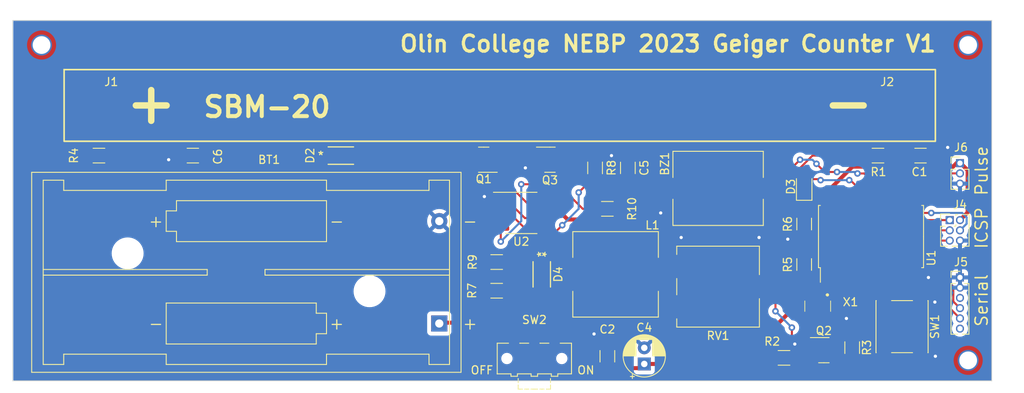
<source format=kicad_pcb>
(kicad_pcb (version 20221018) (generator pcbnew)
  (layers (0 "F.Cu" signal) (31 "B.Cu" signal) (34 "B.Paste" user) (35 "F.Paste" user) (36 "B.SilkS" user "B.Silkscreen") (37 "F.SilkS" user "F.Silkscreen") (38 "B.Mask" user) (39 "F.Mask" user) (44 "Edge.Cuts" user))
  (net 0 "")
  (net 1 "Net-(BT1-+)")
  (net 2 "GND")
  (net 3 "Net-(C1-Pad1)")
  (net 4 "VCC")
  (net 5 "Net-(U2-TR)")
  (net 6 "Net-(C6-Pad1)")
  (net 7 "Net-(Q1-C)")
  (net 8 "Net-(D3-K)")
  (net 9 "Net-(D3-A)")
  (net 10 "Net-(D4-Pad2)")
  (net 11 "Net-(J1-Pad1)")
  (net 12 "Net-(J4-Pin_1)")
  (net 13 "Net-(J4-Pin_3)")
  (net 14 "Net-(J4-Pin_4)")
  (net 15 "Net-(J4-Pin_5)")
  (net 17 "Net-(J5-Pin_4)")
  (net 18 "Net-(J5-Pin_5)")
  (net 20 "Net-(J6-Pin_2)")
  (net 21 "Net-(Q1-B)")
  (net 22 "Net-(Q1-E)")
  (net 23 "Net-(Q2-B)")
  (net 24 "/GM_PULSE")
  (net 25 "Net-(Q3-C)")
  (net 26 "Net-(U2-Q)")
  (net 27 "Net-(U1-PD3)")
  (net 28 "Net-(U1-PA1{slash}XTAL2)")
  (net 29 "Net-(U1-PA0{slash}XTAL1)")
  (net 36 "Net-(BZ1--)")
  (footprint "Geiger Footprints:FUSE_3531" (layer "F.Cu") (at 203.2 34.925)
    (fp_text reference "J2" (at -5.969 -2.921) (layer "F.SilkS"))
    (fp_text value "3531")
    (pad "1" smd rect (at 0 0) (size 7.9 7.9) (layers "F.Cu" "F.Paste" "F.Mask") (net 3 "Net-(C1-Pad1)"))
  )
  (footprint "Geiger Footprints:SOD-123FA_ONS" (layer "F.Cu") (at 129.54 41.148)
    (fp_text reference "D2" (at -3.81 0 90 unlocked) (layer "F.SilkS"))
    (fp_text value "RS1JFA")
    (fp_text user "*" (at -2.4892 0 unlocked) (layer "F.SilkS"))
    (pad "1" smd rect (at -1.5875 0) (size 1.0414 1.1938) (layers "F.Cu" "F.Paste" "F.Mask") (net 6 "Net-(C6-Pad1)"))
    (pad "2" smd rect (at 1.5875 0) (size 1.0414 1.1938) (layers "F.Cu" "F.Paste" "F.Mask") (net 7 "Net-(Q1-C)"))
  )
  (footprint "Resistor_SMD:R_1206_3216Metric" (layer "F.Cu") (at 186.944 49.63925 -90)
    (fp_text reference "R6" (at 0 2.032 90) (layer "F.SilkS"))
    (fp_text value "100")
    (pad "1" smd roundrect (at -1.4625 0 270) (size 1.125 1.75) (layers "F.Cu" "F.Paste" "F.Mask") (roundrect_rratio 0.2222222222) (net 8 "Net-(D3-K)"))
    (pad "2" smd roundrect (at 1.4625 0 270) (size 1.125 1.75) (layers "F.Cu" "F.Paste" "F.Mask") (roundrect_rratio 0.2222222222) (net 2 "GND"))
  )
  (footprint "Resistor_SMD:R_1206_3216Metric" (layer "F.Cu") (at 184.445 66.23925 180)
    (fp_text reference "R2" (at 1.4625 2.032) (layer "F.SilkS"))
    (fp_text value "100k")
    (pad "1" smd roundrect (at -1.4625 0 180) (size 1.125 1.75) (layers "F.Cu" "F.Paste" "F.Mask") (roundrect_rratio 0.2222222222) (net 2 "GND"))
    (pad "2" smd roundrect (at 1.4625 0 180) (size 1.125 1.75) (layers "F.Cu" "F.Paste" "F.Mask") (roundrect_rratio 0.2222222222) (net 23 "Net-(Q2-B)"))
  )
  (footprint "Resistor_SMD:R_1206_3216Metric" (layer "F.Cu") (at 196.088 41.148 180)
    (fp_text reference "R1" (at -0.0615 -2.032) (layer "F.SilkS"))
    (fp_text value "22k")
    (pad "1" smd roundrect (at -1.4625 0 180) (size 1.125 1.75) (layers "F.Cu" "F.Paste" "F.Mask") (roundrect_rratio 0.2222222222) (net 3 "Net-(C1-Pad1)"))
    (pad "2" smd roundrect (at 1.4625 0 180) (size 1.125 1.75) (layers "F.Cu" "F.Paste" "F.Mask") (roundrect_rratio 0.2222222222) (net 23 "Net-(Q2-B)"))
  )
  (footprint "Connector_PinHeader_1.27mm:PinHeader_2x03_P1.27mm_Vertical" (layer "F.Cu") (at 204.978 49.149)
    (fp_text reference "J4" (at 1.27 -1.905) (layer "F.SilkS"))
    (fp_text value "Conn_02x03_Odd_Even")
    (pad "1" thru_hole rect (at 0 0) (size 1 1) (drill 0.65) (layers "*.Cu" "*.Mask") (net 12 "Net-(J4-Pin_1)"))
    (pad "2" thru_hole oval (at 1.27 0) (size 1 1) (drill 0.65) (layers "*.Cu" "*.Mask") (net 4 "VCC"))
    (pad "3" thru_hole oval (at 0 1.27) (size 1 1) (drill 0.65) (layers "*.Cu" "*.Mask") (net 13 "Net-(J4-Pin_3)"))
    (pad "4" thru_hole oval (at 1.27 1.27) (size 1 1) (drill 0.65) (layers "*.Cu" "*.Mask") (net 14 "Net-(J4-Pin_4)"))
    (pad "5" thru_hole oval (at 0 2.54) (size 1 1) (drill 0.65) (layers "*.Cu" "*.Mask") (net 15 "Net-(J4-Pin_5)"))
    (pad "6" thru_hole oval (at 1.27 2.54) (size 1 1) (drill 0.65) (layers "*.Cu" "*.Mask") (net 2 "GND"))
  )
  (footprint "Package_SO:SOIC-8_3.9x4.9mm_P1.27mm" (layer "F.Cu") (at 151.892 48.26)
    (fp_text reference "U2" (at 0 3.556) (layer "F.SilkS"))
    (fp_text value "TLC555xD")
    (pad "1" smd roundrect (at -2.475 -1.905) (size 1.95 0.6) (layers "F.Cu" "F.Paste" "F.Mask") (net 2 "GND"))
    (pad "2" smd roundrect (at -2.475 -0.635) (size 1.95 0.6) (layers "F.Cu" "F.Paste" "F.Mask") (net 5 "Net-(U2-TR)"))
    (pad "3" smd roundrect (at -2.475 0.635) (size 1.95 0.6) (layers "F.Cu" "F.Paste" "F.Mask") (net 26 "Net-(U2-Q)"))
    (pad "4" smd roundrect (at -2.475 1.905) (size 1.95 0.6) (layers "F.Cu" "F.Paste" "F.Mask") (net 25 "Net-(Q3-C)"))
    (pad "5" smd roundrect (at 2.475 1.905) (size 1.95 0.6) (layers "F.Cu" "F.Paste" "F.Mask"))
    (pad "6" smd roundrect (at 2.475 0.635) (size 1.95 0.6) (layers "F.Cu" "F.Paste" "F.Mask") (net 2 "GND"))
    (pad "7" smd roundrect (at 2.475 -0.635) (size 1.95 0.6) (layers "F.Cu" "F.Paste" "F.Mask") (net 21 "Net-(Q1-B)"))
    (pad "8" smd roundrect (at 2.475 -1.905) (size 1.95 0.6) (layers "F.Cu" "F.Paste" "F.Mask") (net 4 "VCC"))
  )
  (footprint "Resistor_SMD:R_1206_3216Metric" (layer "F.Cu") (at 148.844 57.912 180)
    (fp_text reference "R7" (at 3.048 0 90) (layer "F.SilkS"))
    (fp_text value "1k")
    (pad "1" smd roundrect (at -1.4625 0 180) (size 1.125 1.75) (layers "F.Cu" "F.Paste" "F.Mask") (roundrect_rratio 0.2222222222) (net 26 "Net-(U2-Q)"))
    (pad "2" smd roundrect (at 1.4625 0 180) (size 1.125 1.75) (layers "F.Cu" "F.Paste" "F.Mask") (roundrect_rratio 0.2222222222) (net 10 "Net-(D4-Pad2)"))
  )
  (footprint "Resistor_SMD:R_1206_3216Metric" (layer "F.Cu") (at 192.8925 64.96925 -90)
    (fp_text reference "R3" (at 0 -1.82 90) (layer "F.SilkS"))
    (fp_text value "10k")
    (pad "1" smd roundrect (at -1.4625 0 270) (size 1.125 1.75) (layers "F.Cu" "F.Paste" "F.Mask") (roundrect_rratio 0.2222222222) (net 4 "VCC"))
    (pad "2" smd roundrect (at 1.4625 0 270) (size 1.125 1.75) (layers "F.Cu" "F.Paste" "F.Mask") (roundrect_rratio 0.2222222222) (net 24 "/GM_PULSE"))
  )
  (footprint "MountingHole:MountingHole_2.2mm_M2_DIN965_Pad_TopOnly" (layer "F.Cu") (at 207.264 66.548)
    (fp_text reference "H1" hide)
    (fp_text value "MountingHole")
    (pad "1" thru_hole circle (at 0 0) (size 2.6 2.6) (drill 2.2) (layers "*.Cu" "*.Mask"))
    (pad "1" connect circle (at 0 0) (size 3.8 3.8) (layers "F.Cu" "F.Mask"))
  )
  (footprint "MountingHole:MountingHole_2.2mm_M2_DIN965_Pad_TopOnly" (layer "F.Cu") (at 92.456 27.432)
    (fp_text reference "H3" hide)
    (fp_text value "MountingHole")
    (pad "1" thru_hole circle (at 0 0) (size 2.6 2.6) (drill 2.2) (layers "*.Cu" "*.Mask"))
    (pad "1" connect circle (at 0 0) (size 3.8 3.8) (layers "F.Cu" "F.Mask"))
  )
  (footprint "Button_Switch_SMD:SW_SPDT_CK-JS102011SAQN" (layer "F.Cu") (at 153.514 66.322888)
    (fp_text reference "SW2" (at 0 -4.8) (layer "F.SilkS"))
    (fp_text value "SW_SPDT")
    (pad "" np_thru_hole circle (at -3.4 0) (size 0.9 0.9) (drill 0.9) (layers "*.Cu" "*.Mask"))
    (pad "" np_thru_hole circle (at 3.4 0) (size 0.9 0.9) (drill 0.9) (layers "*.Cu" "*.Mask"))
    (pad "1" smd rect (at -2.5 -2.75) (size 1.25 2.5) (layers "F.Cu" "F.Paste" "F.Mask"))
    (pad "2" smd rect (at 0 -2.75) (size 1.25 2.5) (layers "F.Cu" "F.Paste" "F.Mask") (net 1 "Net-(BT1-+)"))
    (pad "3" smd rect (at 2.5 -2.75) (size 1.25 2.5) (layers "F.Cu" "F.Paste" "F.Mask") (net 4 "VCC"))
  )
  (footprint "Resistor_SMD:R_1206_3216Metric" (layer "F.Cu") (at 148.844 54.356 180)
    (fp_text reference "R9" (at 2.9865 0 90) (layer "F.SilkS"))
    (fp_text value "330")
    (pad "1" smd roundrect (at -1.4625 0 180) (size 1.125 1.75) (layers "F.Cu" "F.Paste" "F.Mask") (roundrect_rratio 0.2222222222) (net 26 "Net-(U2-Q)"))
    (pad "2" smd roundrect (at 1.4625 0 180) (size 1.125 1.75) (layers "F.Cu" "F.Paste" "F.Mask") (roundrect_rratio 0.2222222222) (net 21 "Net-(Q1-B)"))
  )
  (footprint "Resistor_SMD:R_1206_3216Metric" (layer "F.Cu") (at 99.568 41.148)
    (fp_text reference "R4" (at -3.1095 0 -90) (layer "F.SilkS"))
    (fp_text value "4.7M")
    (pad "1" smd roundrect (at -1.4625 0) (size 1.125 1.75) (layers "F.Cu" "F.Paste" "F.Mask") (roundrect_rratio 0.2222222222) (net 11 "Net-(J1-Pad1)"))
    (pad "2" smd roundrect (at 1.4625 0) (size 1.125 1.75) (layers "F.Cu" "F.Paste" "F.Mask") (roundrect_rratio 0.2222222222) (net 6 "Net-(C6-Pad1)"))
  )
  (footprint "Capacitor_SMD:C_1206_3216Metric" (layer "F.Cu") (at 201.3605 41.148)
    (fp_text reference "C1" (at -0.131 2.032) (layer "F.SilkS"))
    (fp_text value "220pF")
    (pad "1" smd roundrect (at -1.475 0) (size 1.15 1.8) (layers "F.Cu" "F.Paste" "F.Mask") (roundrect_rratio 0.2173913043) (net 3 "Net-(C1-Pad1)"))
    (pad "2" smd roundrect (at 1.475 0) (size 1.15 1.8) (layers "F.Cu" "F.Paste" "F.Mask") (roundrect_rratio 0.2173913043) (net 2 "GND"))
  )
  (footprint "Resistor_SMD:R_1206_3216Metric" (layer "F.Cu") (at 161.036 42.672 90)
    (fp_text reference "R8" (at 0 2.032 270) (layer "F.SilkS"))
    (fp_text value "220k")
    (pad "1" smd roundrect (at -1.4625 0 90) (size 1.125 1.75) (layers "F.Cu" "F.Paste" "F.Mask") (roundrect_rratio 0.2222222222) (net 5 "Net-(U2-TR)"))
    (pad "2" smd roundrect (at 1.4625 0 90) (size 1.125 1.75) (layers "F.Cu" "F.Paste" "F.Mask") (roundrect_rratio 0.2222222222) (net 2 "GND"))
  )
  (footprint "Geiger Footprints:CSTNE16M0V530000R0" (layer "F.Cu") (at 188.6215 59.40175 180)
    (fp_text reference "X1" (at -4.064 0.083) (layer "F.SilkS"))
    (fp_text value "CSTNE8M00G550000R0" hide)
    (pad "1" smd rect (at -1.2 -0.425 180) (size 0.4 1.9) (layers "F.Cu" "F.Paste" "F.Mask") (net 29 "Net-(U1-PA0{slash}XTAL1)"))
    (pad "2" smd rect (at 0 -0.425 180) (size 0.4 1.9) (layers "F.Cu" "F.Paste" "F.Mask") (net 2 "GND"))
    (pad "3" smd rect (at 1.2 -0.425 180) (size 0.4 1.9) (layers "F.Cu" "F.Paste" "F.Mask") (net 28 "Net-(U1-PA1{slash}XTAL2)"))
  )
  (footprint "Resistor_SMD:R_1206_3216Metric" (layer "F.Cu") (at 162.56 47.752 180)
    (fp_text reference "R10" (at -3.048 0 90) (layer "F.SilkS"))
    (fp_text value "100k")
    (pad "1" smd roundrect (at -1.4625 0 180) (size 1.125 1.75) (layers "F.Cu" "F.Paste" "F.Mask") (roundrect_rratio 0.2222222222) (net 4 "VCC"))
    (pad "2" smd roundrect (at 1.4625 0 180) (size 1.125 1.75) (layers "F.Cu" "F.Paste" "F.Mask") (roundrect_rratio 0.2222222222) (net 25 "Net-(Q3-C)"))
  )
  (footprint "Resistor_SMD:R_1206_3216Metric" (layer "F.Cu") (at 186.944 54.65775 -90)
    (fp_text reference "R5" (at 0 2.032 90) (layer "F.SilkS"))
    (fp_text value "10k")
    (pad "1" smd roundrect (at -1.4625 0 270) (size 1.125 1.75) (layers "F.Cu" "F.Paste" "F.Mask") (roundrect_rratio 0.2222222222) (net 4 "VCC"))
    (pad "2" smd roundrect (at 1.4625 0 270) (size 1.125 1.75) (layers "F.Cu" "F.Paste" "F.Mask") (roundrect_rratio 0.2222222222) (net 15 "Net-(J4-Pin_5)"))
  )
  (footprint "Button_Switch_SMD:SW_Push_1P1T_NO_6x6mm_H9.5mm" (layer "F.Cu") (at 199.0715 62.36675 90)
    (fp_text reference "SW1" (at 0 4.064 90) (layer "F.SilkS"))
    (fp_text value "SW_Push")
    (pad "1" smd rect (at -3.975 -2.25 90) (size 1.55 1.3) (layers "F.Cu" "F.Paste" "F.Mask") (net 27 "Net-(U1-PD3)"))
    (pad "1" smd rect (at 3.975 -2.25 90) (size 1.55 1.3) (layers "F.Cu" "F.Paste" "F.Mask") (net 27 "Net-(U1-PD3)"))
    (pad "2" smd rect (at -3.975 2.25 90) (size 1.55 1.3) (layers "F.Cu" "F.Paste" "F.Mask") (net 2 "GND"))
    (pad "2" smd rect (at 3.975 2.25 90) (size 1.55 1.3) (layers "F.Cu" "F.Paste" "F.Mask") (net 2 "GND"))
  )
  (footprint "Connector_PinHeader_1.27mm:PinHeader_1x03_P1.27mm_Vertical" (layer "F.Cu") (at 206.248 42.084297)
    (fp_text reference "J6" (at 0.127 -1.952297 180) (layer "F.SilkS"))
    (fp_text value "Conn_01x03")
    (pad "1" thru_hole rect (at 0 0) (size 1 1) (drill 0.65) (layers "*.Cu" "*.Mask") (net 4 "VCC"))
    (pad "2" thru_hole oval (at 0 1.27) (size 1 1) (drill 0.65) (layers "*.Cu" "*.Mask") (net 20 "Net-(J6-Pin_2)"))
    (pad "3" thru_hole oval (at 0 2.54) (size 1 1) (drill 0.65) (layers "*.Cu" "*.Mask") (net 2 "GND"))
  )
  (footprint "Potentiometer_SMD:Potentiometer_ACP_CA9-VSMD_Vertical" (layer "F.Cu") (at 176.276 57.404)
    (fp_text reference "RV1" (at 0 6.096) (layer "F.SilkS"))
    (fp_text value "R_Potentiometer_Trim")
    (pad "1" smd rect (at -4.625 2.5) (size 2.5 2.5) (layers "F.Cu" "F.Paste" "F.Mask") (net 22 "Net-(Q1-E)"))
    (pad "2" smd rect (at 4.625 0) (size 2.5 2.5) (layers "F.Cu" "F.Paste" "F.Mask") (net 2 "GND"))
    (pad "3" smd rect (at -4.625 -2.5) (size 2.5 2.5) (layers "F.Cu" "F.Paste" "F.Mask") (net 2 "GND"))
  )
  (footprint "Geiger Footprints:SOD-123FA_ONS" (layer "F.Cu") (at 154.432 55.88 -90)
    (fp_text reference "D4" (at 0 -2.032 90 unlocked) (layer "F.SilkS"))
    (fp_text value "RS1JFA")
    (fp_text user "*" (at -2.4892 0 -90 unlocked) (layer "F.SilkS"))
    (fp_text user "*" (at -2.4892 0 90) (layer "F.SilkS"))
    (pad "1" smd rect (at -1.5875 0 270) (size 1.0414 1.1938) (layers "F.Cu" "F.Paste" "F.Mask") (net 5 "Net-(U2-TR)"))
    (pad "2" smd rect (at 1.5875 0 270) (size 1.0414 1.1938) (layers "F.Cu" "F.Paste" "F.Mask") (net 10 "Net-(D4-Pad2)"))
  )
  (footprint "Connector_PinHeader_1.27mm:PinHeader_1x06_P1.27mm_Vertical" (layer "F.Cu") (at 206.248 56.261)
    (fp_text reference "J5" (at 0.127 -1.905 180) (layer "F.SilkS"))
    (fp_text value "Conn_01x06")
    (pad "1" thru_hole rect (at 0 0) (size 1 1) (drill 0.65) (layers "*.Cu" "*.Mask") (net 2 "GND"))
    (pad "2" thru_hole oval (at 0 1.27) (size 1 1) (drill 0.65) (layers "*.Cu" "*.Mask") (net 2 "GND"))
    (pad "3" thru_hole oval (at 0 2.54) (size 1 1) (drill 0.65) (layers "*.Cu" "*.Mask"))
    (pad "4" thru_hole oval (at 0 3.81) (size 1 1) (drill 0.65) (layers "*.Cu" "*.Mask") (net 17 "Net-(J5-Pin_4)"))
    (pad "5" thru_hole oval (at 0 5.08) (size 1 1) (drill 0.65) (layers "*.Cu" "*.Mask") (net 18 "Net-(J5-Pin_5)"))
    (pad "6" thru_hole oval (at 0 6.35) (size 1 1) (drill 0.65) (layers "*.Cu" "*.Mask"))
  )
  (footprint "MountingHole:MountingHole_2.2mm_M2_DIN965_Pad_TopOnly" (layer "F.Cu") (at 207.264 27.432)
    (fp_text reference "H2" hide)
    (fp_text value "MountingHole")
    (pad "1" thru_hole circle (at 0 0) (size 2.6 2.6) (drill 2.2) (layers "*.Cu" "*.Mask"))
    (pad "1" connect circle (at 0 0) (size 3.8 3.8) (layers "F.Cu" "F.Mask"))
  )
  (footprint "Package_TO_SOT_SMD:SOT-23" (layer "F.Cu") (at 189.385 65.28425)
    (fp_text reference "Q2" (at 0 -2.4) (layer "F.SilkS"))
    (fp_text value "MMBT3904")
    (pad "1" smd roundrect (at -0.9375 -0.95) (size 1.475 0.6) (layers "F.Cu" "F.Paste" "F.Mask") (net 23 "Net-(Q2-B)"))
    (pad "2" smd roundrect (at -0.9375 0.95) (size 1.475 0.6) (layers "F.Cu" "F.Paste" "F.Mask") (net 2 "GND"))
    (pad "3" smd roundrect (at 0.9375 0) (size 1.475 0.6) (layers "F.Cu" "F.Paste" "F.Mask") (net 24 "/GM_PULSE"))
  )
  (footprint "LED_SMD:LED_0805_2012Metric" (layer "F.Cu") (at 186.944 45.00575 90)
    (fp_text reference "D3" (at 0 -1.65 90) (layer "F.SilkS"))
    (fp_text value "LED")
    (pad "1" smd roundrect (at -0.9375 0 90) (size 0.975 1.4) (layers "F.Cu" "F.Paste" "F.Mask") (net 8 "Net-(D3-K)"))
    (pad "2" smd roundrect (at 0.9375 0 90) (size 0.975 1.4) (layers "F.Cu" "F.Paste" "F.Mask") (net 9 "Net-(D3-A)"))
  )
  (footprint "Capacitor_SMD:C_1206_3216Metric" (layer "F.Cu") (at 162.56 66.04 90)
    (fp_text reference "C2" (at 3.334 0 180) (layer "F.SilkS"))
    (fp_text value "0.1uF")
    (pad "1" smd roundrect (at -1.475 0 90) (size 1.15 1.8) (layers "F.Cu" "F.Paste" "F.Mask") (roundrect_rratio 0.2173913043) (net 4 "VCC"))
    (pad "2" smd roundrect (at 1.475 0 90) (size 1.15 1.8) (layers "F.Cu" "F.Paste" "F.Mask") (roundrect_rratio 0.2173913043) (net 2 "GND"))
  )
  (footprint "Battery:BatteryHolder_Keystone_2468_2xAAA" (layer "F.Cu") (at 141.732 61.976 180)
    (fp_text reference "BT1" (at 21.082 20.32) (layer "F.SilkS"))
    (fp_text value "3V")
    (fp_text user "+" (at 12.7 0) (layer "F.SilkS") (effects (font (size 1.5 1.5))))
    (fp_text user "-" (at 12.7 12.7) (layer "F.SilkS") (effects (font (size 1.5 1.5))))
    (fp_text user "-" (at -3.81 12.7) (layer "F.SilkS") (effects (font (size 1.5 1.5))))
    (fp_text user "-" (at 35.1 0) (layer "F.SilkS") (effects (font (size 1.5 1.5))))
    (fp_text user "+" (at 35.1 12.7) (layer "F.SilkS") (effects (font (size 1.5 1.5))))
    (fp_text user "+" (at -3.81 0) (layer "F.SilkS") (effects (font (size 1.5 1.5))))
    (pad "" np_thru_hole circle (at 8.64 4 180) (size 3.45 3.45) (drill 3.45) (layers "*.Cu"))
    (pad "" np_thru_hole circle (at 38.61 8.7 180) (size 3.45 3.45) (drill 3.45) (layers "*.Cu" "*.Mask"))
    (pad "1" thru_hole rect (at 0 0 180) (size 2 2) (drill 1.02) (layers "*.Cu" "*.Mask") (net 1 "Net-(BT1-+)"))
    (pad "2" thru_hole circle (at 0 12.7 180) (size 2 2) (drill 1.02) (layers "*.Cu" "*.Mask") (net 2 "GND"))
  )
  (footprint "Buzzer_Beeper:Buzzer_Mallory_AST1109MLTRQ" (layer "F.Cu") (at 176.28 45.212 180)
    (fp_text reference "BZ1" (at 6.6 3.048 90) (layer "F.SilkS"))
    (fp_text value "Buzzer")
    (pad "1" smd rect (at -6.6 0 180) (size 2.2 2.2) (layers "F.Cu" "F.Paste" "F.Mask") (net 36 "Net-(BZ1--)"))
    (pad "2" smd rect (at 6.6 0 180) (size 2.2 2.2) (layers "F.Cu" "F.Paste" "F.Mask") (net 2 "GND"))
  )
  (footprint "Inductor_SMD:L_10.4x10.4_H4.8" (layer "F.Cu") (at 163.576 55.88 180)
    (fp_text reference "L1" (at -4.572 6.096) (layer "F.SilkS"))
    (fp_text value "10mH")
    (pad "1" smd rect (at -4.15 0 180) (size 2.7 3.6) (layers "F.Cu" "F.Paste" "F.Mask") (net 4 "VCC"))
    (pad "2" smd rect (at 4.15 0 180) (size 2.7 3.6) (layers "F.Cu" "F.Paste" "F.Mask") (net 7 "Net-(Q1-C)"))
  )
  (footprint "Geiger Footprints:FUSE_3531" (layer "F.Cu") (at 95.25 34.925)
    (fp_text reference "J1" (at 5.842 -2.921) (layer "F.SilkS"))
    (fp_text value "3531")
    (pad "1" smd rect (at 0 0) (size 7.9 7.9) (layers "F.Cu" "F.Paste" "F.Mask") (net 11 "Net-(J1-Pad1)"))
  )
  (footprint "Package_TO_SOT_SMD:SOT-23" (layer "F.Cu") (at 147.2415 41.656 180)
    (fp_text reference "Q1" (at 0 -2.4) (layer "F.SilkS"))
    (fp_text value "MMBTA44")
    (pad "1" smd roundrect (at -0.9375 -0.95 180) (size 1.475 0.6) (layers "F.Cu" "F.Paste" "F.Mask") (net 21 "Net-(Q1-B)"))
    (pad "2" smd roundrect (at -0.9375 0.95 180) (size 1.475 0.6) (layers "F.Cu" "F.Paste" "F.Mask") (net 22 "Net-(Q1-E)"))
    (pad "3" smd roundrect (at 0.9375 0 180) (size 1.475 0.6) (layers "F.Cu" "F.Paste" "F.Mask") (net 7 "Net-(Q1-C)"))
  )
  (footprint "Package_TO_SOT_SMD:SOT-23" (layer "F.Cu") (at 155.448 41.656)
    (fp_text reference "Q3" (at 0 2.54) (layer "F.SilkS"))
    (fp_text value "MMBT3904")
    (pad "1" smd roundrect (at -0.9375 -0.95) (size 1.475 0.6) (layers "F.Cu" "F.Paste" "F.Mask") (net 22 "Net-(Q1-E)"))
    (pad "2" smd roundrect (at -0.9375 0.95) (size 1.475 0.6) (layers "F.Cu" "F.Paste" "F.Mask") (net 2 "GND"))
    (pad "3" smd roundrect (at 0.9375 0) (size 1.475 0.6) (layers "F.Cu" "F.Paste" "F.Mask") (net 25 "Net-(Q3-C)"))
  )
  (footprint "Capacitor_THT:CP_Radial_D5.0mm_P2.00mm" (layer "F.Cu") (at 167.132 66.995113 90)
    (fp_text reference "C4" (at 4.511113 0 180) (layer "F.SilkS"))
    (fp_text value "100uF")
    (pad "1" thru_hole rect (at 0 0 90) (size 1.6 1.6) (drill 0.8) (layers "*.Cu" "*.Mask") (net 4 "VCC"))
    (pad "2" thru_hole circle (at 2 0 90) (size 1.6 1.6) (drill 0.8) (layers "*.Cu" "*.Mask") (net 2 "GND"))
  )
  (footprint "Package_SO:SOIC-20W_7.5x12.8mm_P1.27mm" (layer "F.Cu") (at 195.2255 51.19075 90)
    (fp_text reference "U1" (at -2.65725 7.4665 90) (layer "F.SilkS"))
    (fp_text value "ATtiny2313V-10S")
    (pad "1" smd roundrect (at -4.65 -5.715 90) (size 2.05 0.6) (layers "F.Cu" "F.Paste" "F.Mask") (net 15 "Net-(J4-Pin_5)"))
    (pad "2" smd roundrect (at -4.65 -4.445 90) (size 2.05 0.6) (layers "F.Cu" "F.Paste" "F.Mask") (net 17 "Net-(J5-Pin_4)"))
    (pad "3" smd roundrect (at -4.65 -3.175 90) (size 2.05 0.6) (layers "F.Cu" "F.Paste" "F.Mask") (net 18 "Net-(J5-Pin_5)"))
    (pad "4" smd roundrect (at -4.65 -1.905 90) (size 2.05 0.6) (layers "F.Cu" "F.Paste" "F.Mask") (net 28 "Net-(U1-PA1{slash}XTAL2)"))
    (pad "5" smd roundrect (at -4.65 -0.635 90) (size 2.05 0.6) (layers "F.Cu" "F.Paste" "F.Mask") (net 29 "Net-(U1-PA0{slash}XTAL1)"))
    (pad "6" smd roundrect (at -4.65 0.635 90) (size 2.05 0.6) (layers "F.Cu" "F.Paste" "F.Mask") (net 24 "/GM_PULSE"))
    (pad "7" smd roundrect (at -4.65 1.905 90) (size 2.05 0.6) (layers "F.Cu" "F.Paste" "F.Mask") (net 27 "Net-(U1-PD3)"))
    (pad "8" smd roundrect (at -4.65 3.175 90) (size 2.05 0.6) (layers "F.Cu" "F.Paste" "F.Mask"))
    (pad "9" smd roundrect (at -4.65 4.445 90) (size 2.05 0.6) (layers "F.Cu" "F.Paste" "F.Mask"))
    (pad "10" smd roundrect (at -4.65 5.715 90) (size 2.05 0.6) (layers "F.Cu" "F.Paste" "F.Mask") (net 2 "GND"))
    (pad "11" smd roundrect (at 4.65 5.715 90) (size 2.05 0.6) (layers "F.Cu" "F.Paste" "F.Mask") (net 20 "Net-(J6-Pin_2)"))
    (pad "12" smd roundrect (at 4.65 4.445 90) (size 2.05 0.6) (layers "F.Cu" "F.Paste" "F.Mask"))
    (pad "13" smd roundrect (at 4.65 3.175 90) (size 2.05 0.6) (layers "F.Cu" "F.Paste" "F.Mask"))
    (pad "14" smd roundrect (at 4.65 1.905 90) (size 2.05 0.6) (layers "F.Cu" "F.Paste" "F.Mask") (net 36 "Net-(BZ1--)"))
    (pad "15" smd roundrect (at 4.65 0.635 90) (size 2.05 0.6) (layers "F.Cu" "F.Paste" "F.Mask"))
    (pad "16" smd roundrect (at 4.65 -0.635 90) (size 2.05 0.6) (layers "F.Cu" "F.Paste" "F.Mask") (net 9 "Net-(D3-A)"))
    (pad "17" smd roundrect (at 4.65 -1.905 90) (size 2.05 0.6) (layers "F.Cu" "F.Paste" "F.Mask") (net 14 "Net-(J4-Pin_4)"))
    (pad "18" smd roundrect (at 4.65 -3.175 90) (size 2.05 0.6) (layers "F.Cu" "F.Paste" "F.Mask") (net 12 "Net-(J4-Pin_1)"))
    (pad "19" smd roundrect (at 4.65 -4.445 90) (size 2.05 0.6) (layers "F.Cu" "F.Paste" "F.Mask") (net 13 "Net-(J4-Pin_3)"))
    (pad "20" smd roundrect (at 4.65 -5.715 90) (size 2.05 0.6) (layers "F.Cu" "F.Paste" "F.Mask") (net 4 "VCC"))
  )
  (footprint "Capacitor_SMD:C_1206_3216Metric" (layer "F.Cu") (at 111.203 41.148 180)
    (fp_text reference "C6" (at -3.097 -0.127 90) (layer "F.SilkS"))
    (fp_text value "0.01uF")
    (pad "1" smd roundrect (at -1.475 0 180) (size 1.15 1.8) (layers "F.Cu" "F.Paste" "F.Mask") (roundrect_rratio 0.2173913043) (net 6 "Net-(C6-Pad1)"))
    (pad "2" smd roundrect (at 1.475 0 180) (size 1.15 1.8) (layers "F.Cu" "F.Paste" "F.Mask") (roundrect_rratio 0.2173913043) (net 2 "GND"))
  )
  (footprint "Capacitor_SMD:C_1206_3216Metric" (layer "F.Cu") (at 165.1 42.672 90)
    (fp_text reference "C5" (at 0 2.032 90) (layer "F.SilkS"))
    (fp_text value "1nF")
    (pad "1" smd roundrect (at -1.475 0 90) (size 1.15 1.8) (layers "F.Cu" "F.Paste" "F.Mask") (roundrect_rratio 0.2173913043) (net 5 "Net-(U2-TR)"))
    (pad "2" smd roundrect (at 1.475 0 90) (size 1.15 1.8) (layers "F.Cu" "F.Paste" "F.Mask") (roundrect_rratio 0.2173913043) (net 2 "GND"))
  )
  (gr_rect (start 95.25 30.48) (end 203.2 39.37) (stroke (width 0.2)) (fill none) (layer "F.SilkS"))
  (gr_line (start 104.14 34.925) (end 107.95 34.925) (stroke (width 0.8)) (layer "F.SilkS"))
  (gr_line (start 190.5 34.925) (end 194.31 34.925) (stroke (width 0.8)) (layer "F.SilkS"))
  (gr_line (start 106.045 33.02) (end 106.045 36.83) (stroke (width 0.8)) (layer "F.SilkS"))
  (gr_line (start 88.9 24.384) (end 88.9 69.088) (stroke (width 0.1)) (layer "Edge.Cuts"))
  (gr_line (start 88.9 69.088) (end 210.185 69.088) (stroke (width 0.1)) (layer "Edge.Cuts"))
  (gr_line (start 210.185 69.088) (end 210.185 24.384) (stroke (width 0.1)) (layer "Edge.Cuts"))
  (gr_line (start 210.185 24.384) (end 88.9 24.384) (stroke (width 0.1)) (layer "Edge.Cuts"))
  (gr_text "ICSP" (at 209.804 52.832 90) (layer "F.SilkS") (effects (font (size 1.5 1.5) (thickness 0.1875)) (justify left bottom)))
  (gr_text "ON" (at 158.75 68.354888) (layer "F.SilkS") (effects (font (size 1 1)) (justify left bottom)))
  (gr_text "Serial" (at 209.804 62.484 90) (layer "F.SilkS") (effects (font (size 1.5 1.5) (thickness 0.1875)) (justify left bottom)))
  (gr_text "Pulse" (at 209.804 46.228 90) (layer "F.SilkS") (effects (font (size 1.5 1.5) (thickness 0.1875)) (justify left bottom)))
  (gr_text "Olin College NEBP 2023 Geiger Counter V1" (at 136.652 28.448) (layer "F.SilkS") (effects (font (size 2 2) (thickness 0.4) bold) (justify left bottom)))
  (gr_text "SBM-20" (at 112.268 36.576) (layer "F.SilkS") (effects (font (size 2.5 2.5) (thickness 0.5) bold) (justify left bottom)))
  (gr_text "OFF" (at 145.542 68.354888) (layer "F.SilkS") (effects (font (size 1 1)) (justify left bottom)))
  (segment (start 153.514 63.572888) (end 153.514 63.297888) (width 0.5) (layer "F.Cu") (net 1))
  (segment (start 141.835112 61.872888) (end 141.732 61.976) (width 0.5) (layer "F.Cu") (net 1))
  (segment (start 152.089 61.872888) (end 141.835112 61.872888) (width 0.5) (layer "F.Cu") (net 1))
  (segment (start 153.514 63.297888) (end 152.089 61.872888) (width 0.5) (layer "F.Cu") (net 1))
  (segment (start 161.036 41.2095) (end 163.0065 41.2095) (width 0.25) (layer "F.Cu") (net 2))
  (segment (start 203.708 41.148) (end 204.724 40.132) (width 0.25) (layer "F.Cu") (net 2))
  (segment (start 108.712 41.148) (end 108.204 41.656) (width 0.25) (layer "F.Cu") (net 2))
  (segment (start 149.417 46.355) (end 147.447 46.355) (width 0.25) (layer "F.Cu") (net 2))
  (segment (start 188.6215 60.57675) (end 189.3955 61.35075) (width 0.25) (layer "F.Cu") (net 2))
  (segment (start 169.68 45.212) (end 169.68 47.748) (width 0.25) (layer "F.Cu") (net 2))
  (segment (start 163.117 41.197) (end 163.068 41.148) (width 0.25) (layer "F.Cu") (net 2))
  (segment (start 149.793751 46.355) (end 149.417 46.355) (width 0.25) (layer "F.Cu") (net 2))
  (segment (start 162.199112 64.565) (end 160.909 63.274888) (width 0.25) (layer "F.Cu") (net 2))
  (segment (start 154.367 48.895) (end 152.333751 48.895) (width 0.25) (layer "F.Cu") (net 2))
  (segment (start 152.466 42.606) (end 152.4 42.672) (width 0.25) (layer "F.Cu") (net 2))
  (segment (start 186.944 51.10175) (end 185.3245 51.10175) (width 0.25) (layer "F.Cu") (net 2))
  (segment (start 171.651 54.904) (end 171.651 51.361) (width 0.25) (layer "F.Cu") (net 2))
  (segment (start 162.56 64.565) (end 162.199112 64.565) (width 0.25) (layer "F.Cu") (net 2))
  (segment (start 202.8355 41.148) (end 203.708 41.148) (width 0.25) (layer "F.Cu") (net 2))
  (segment (start 202.89825 66.34175) (end 203.2 66.04) (width 0.25) (layer "F.Cu") (net 2))
  (segment (start 188.4475 66.23425) (end 185.9125 66.23425) (width 0.25) (layer "F.Cu") (net 2))
  (segment (start 180.901 51.763) (end 181.356 51.308) (width 0.25) (layer "F.Cu") (net 2))
  (segment (start 202.2085 58.39175) (end 203.1355 59.31875) (width 0.25) (layer "F.Cu") (net 2))
  (segment (start 200.9405 55.84075) (end 201.9075 55.84075) (width 0.25) (layer "F.Cu") (net 2))
  (segment (start 169.68 47.748) (end 169.168 48.26) (width 0.25) (layer "F.Cu") (net 2))
  (segment (start 201.9075 55.84075) (end 202.3375 56.27075) (width 0.25) (layer "F.Cu") (net 2))
  (segment (start 171.651 51.361) (end 171.704 51.308) (width 0.25) (layer "F.Cu") (net 2))
  (segment (start 152.333751 48.895) (end 149.793751 46.355) (width 0.25) (layer "F.Cu") (net 2))
  (segment (start 201.3215 58.39175) (end 202.2085 58.39175) (width 0.25) (layer "F.Cu") (net 2))
  (segment (start 185.3245 51.10175) (end 184.912 51.51425) (width 0.25) (layer "F.Cu") (net 2))
  (segment (start 188.6215 59.82675) (end 188.6215 60.57675) (width 0.25) (layer "F.Cu") (net 2))
  (segment (start 147.447 46.355) (end 147.32 46.228) (width 0.25) (layer "F.Cu") (net 2))
  (segment (start 165.1 41.197) (end 163.117 41.197) (width 0.25) (layer "F.Cu") (net 2))
  (segment (start 180.901 57.404) (end 180.901 51.763) (width 0.25) (layer "F.Cu") (net 2))
  (segment (start 185.9075 66.23925) (end 185.9075 64.65375) (width 0.25) (layer "F.Cu") (net 2))
  (segment (start 109.728 41.148) (end 108.712 41.148) (width 0.25) (layer "F.Cu") (net 2))
  (segment (start 185.9075 64.65375) (end 185.7805 64.52675) (width 0.25) (layer "F.Cu") (net 2))
  (segment (start 154.5105 42.606) (end 152.466 42.606) (width 0.25) (layer "F.Cu") (net 2))
  (segment (start 201.3215 66.34175) (end 202.89825 66.34175) (width 0.25) (layer "F.Cu") (net 2))
  (segment (start 189.3955 61.35075) (end 192.1775 61.35075) (width 0.25) (layer "F.Cu") (net 2))
  (segment (start 185.9125 66.23425) (end 185.9075 66.23925) (width 0.25) (layer "F.Cu") (net 2))
  (segment (start 163.0065 41.2095) (end 163.068 41.148) (width 0.25) (layer "F.Cu") (net 2))
  (via (at 202.3375 56.27075) (size 0.8) (drill 0.4) (layers "F.Cu" "B.Cu") (net 2))
  (via (at 203.2 66.04) (size 0.8) (drill 0.4) (layers "F.Cu" "B.Cu") (net 2))
  (via (at 171.704 51.308) (size 0.8) (drill 0.4) (layers "F.Cu" "B.Cu") (net 2))
  (via (at 204.724 40.132) (size 0.8) (drill 0.4) (layers "F.Cu" "B.Cu") (net 2))
  (via (at 160.909 63.274888) (size 0.8) (drill 0.4) (layers "F.Cu" "B.Cu") (net 2))
  (via (at 184.912 51.51425) (size 0.8) (drill 0.4) (layers "F.Cu" "B.Cu") (net 2))
  (via (at 147.32 46.228) (size 0.8) (drill 0.4) (layers "F.Cu" "B.Cu") (net 2))
  (via (at 108.204 41.656) (size 0.8) (drill 0.4) (layers "F.Cu" "B.Cu") (net 2))
  (via (at 203.1355 59.31875) (size 0.8) (drill 0.4) (layers "F.Cu" "B.Cu") (net 2))
  (via (at 163.068 41.148) (size 0.8) (drill 0.4) (layers "F.Cu" "B.Cu") (net 2))
  (via (at 152.4 42.672) (size 0.8) (drill 0.4) (layers "F.Cu" "B.Cu") (net 2))
  (via (at 192.1775 61.35075) (size 0.8) (drill 0.4) (layers "F.Cu" "B.Cu") (net 2))
  (via (at 185.7805 64.52675) (size 0.8) (drill 0.4) (layers "F.Cu" "B.Cu") (net 2))
  (via (at 169.168 48.26) (size 0.8) (drill 0.4) (layers "F.Cu" "B.Cu") (net 2))
  (via (at 181.356 51.308) (size 0.8) (drill 0.4) (layers "F.Cu" "B.Cu") (net 2))
  (segment (start 197.5505 41.148) (end 199.8855 41.148) (width 0.5) (layer "F.Cu") (net 3))
  (segment (start 203.2 37.8335) (end 199.8855 41.148) (width 0.5) (layer "F.Cu") (net 3))
  (segment (start 203.2 34.925) (end 203.2 37.8335) (width 0.5) (layer "F.Cu") (net 3))
  (segment (start 167.726 51.4555) (end 164.0225 47.752) (width 0.5) (layer "F.Cu") (net 4))
  (segment (start 154.920528 46.355) (end 157.642528 49.077) (width 0.5) (layer "F.Cu") (net 4))
  (segment (start 178.698137 66.995113) (end 185.619 60.07425) (width 0.5) (layer "F.Cu") (net 4))
  (segment (start 172.72 66.995113) (end 178.698137 66.995113) (width 0.5) (layer "F.Cu") (net 4))
  (segment (start 206.321503 42.084297) (end 207.198 42.960794) (width 0.5) (layer "F.Cu") (net 4))
  (segment (start 189.5105 46.54075) (end 189.5105 45.937222) (width 0.5) (layer "F.Cu") (net 4))
  (segment (start 189.0515 63.50675) (end 185.85925 60.3145) (width 0.5) (layer "F.Cu") (net 4))
  (segment (start 205.819703 42.084297) (end 206.248 42.084297) (width 0.5) (layer "F.Cu") (net 4))
  (segment (start 167.726 55.88) (end 167.726 51.4555) (width 0.5) (layer "F.Cu") (net 4))
  (segment (start 167.132 66.995113) (end 172.72 66.995113) (width 0.5) (layer "F.Cu") (net 4))
  (segment (start 168.382 56.536) (end 168.382 62.657113) (width 0.5) (layer "F.Cu") (net 4))
  (segment (start 186.944 53.19525) (end 189.5105 50.62875) (width 0.5) (layer "F.Cu") (net 4))
  (segment (start 189.5105 45.937222) (end 192.93164 42.516082) (width 0.5) (layer "F.Cu") (net 4))
  (segment (start 158.617888 63.572888) (end 162.56 67.515) (width 0.5) (layer "F.Cu") (net 4))
  (segment (start 156.014 63.572888) (end 158.617888 63.572888) (width 0.5) (layer "F.Cu") (net 4))
  (segment (start 206.248 42.084297) (end 206.321503 42.084297) (width 0.5) (layer "F.Cu") (net 4))
  (segment (start 168.382 62.657113) (end 172.72 66.995113) (width 0.5) (layer "F.Cu") (net 4))
  (segment (start 189.5105 50.62875) (end 189.5105 46.54075) (width 0.5) (layer "F.Cu") (net 4))
  (segment (start 185.619 60.07425) (end 185.619 54.52025) (width 0.5) (layer "F.Cu") (net 4))
  (segment (start 205.387918 42.516082) (end 205.819703 42.084297) (width 0.5) (layer "F.Cu") (net 4))
  (segment (start 162.56 67.515) (end 166.612113 67.515) (width 0.5) (layer "F.Cu") (net 4))
  (segment (start 185.619 54.52025) (end 186.944 53.19525) (width 0.5) (layer "F.Cu") (net 4))
  (segment (start 166.612113 67.515) (end 167.132 66.995113) (width 0.5) (layer "F.Cu") (net 4))
  (segment (start 192.93164 42.516082) (end 205.387918 42.516082) (width 0.5) (layer "F.Cu") (net 4))
  (segment (start 157.642528 49.077) (end 162.6975 49.077) (width 0.5) (layer "F.Cu") (net 4))
  (segment (start 207.198 48.199) (end 206.248 49.149) (width 0.5) (layer "F.Cu") (net 4))
  (segment (start 167.726 55.88) (end 168.382 56.536) (width 0.5) (layer "F.Cu") (net 4))
  (segment (start 192.8925 63.50675) (end 189.0515 63.50675) (width 0.5) (layer "F.Cu") (net 4))
  (segment (start 162.6975 49.077) (end 164.0225 47.752) (width 0.5) (layer "F.Cu") (net 4))
  (segment (start 185.85925 60.3145) (end 185.619 60.07425) (width 0.5) (layer "F.Cu") (net 4))
  (segment (start 207.198 42.960794) (end 207.198 48.199) (width 0.5) (layer "F.Cu") (net 4))
  (segment (start 154.367 46.355) (end 154.920528 46.355) (width 0.5) (layer "F.Cu") (net 4))
  (segment (start 154.492751 52.263249) (end 154.432 52.263249) (width 0.25) (layer "F.Cu") (net 5))
  (segment (start 165.0875 44.1345) (end 165.1 44.147) (width 0.25) (layer "F.Cu") (net 5))
  (segment (start 156.972 49.784) (end 154.492751 52.263249) (width 0.25) (layer "F.Cu") (net 5))
  (segment (start 149.793751 47.625) (end 149.417 47.625) (width 0.25) (layer "F.Cu") (net 5))
  (segment (start 160.5895 44.1345) (end 159.004 45.72) (width 0.25) (layer "F.Cu") (net 5))
  (segment (start 154.432 52.263249) (end 149.793751 47.625) (width 0.25) (layer "F.Cu") (net 5))
  (segment (start 154.432 54.2925) (end 154.432 52.263249) (width 0.25) (layer "F.Cu") (net 5))
  (segment (start 161.036 44.1345) (end 160.5895 44.1345) (width 0.25) (layer "F.Cu") (net 5))
  (segment (start 161.036 44.1345) (end 165.0875 44.1345) (width 0.25) (layer "F.Cu") (net 5))
  (via (at 159.004 45.72) (size 0.8) (drill 0.4) (layers "F.Cu" "B.Cu") (net 5))
  (via (at 156.972 49.784) (size 0.8) (drill 0.4) (layers "F.Cu" "B.Cu") (net 5))
  (segment (start 159.004 47.752) (end 156.972 49.784) (width 0.25) (layer "B.Cu") (net 5))
  (segment (start 159.004 45.72) (end 159.004 47.752) (width 0.25) (layer "B.Cu") (net 5))
  (segment (start 107.014 39.798) (end 105.664 41.148) (width 0.5) (layer "F.Cu") (net 6))
  (segment (start 105.664 41.148) (end 101.0305 41.148) (width 0.5) (layer "F.Cu") (net 6))
  (segment (start 127.9525 41.148) (end 112.678 41.148) (width 0.5) (layer "F.Cu") (net 6))
  (segment (start 111.328 39.798) (end 107.014 39.798) (width 0.5) (layer "F.Cu") (net 6))
  (segment (start 112.678 41.148) (end 111.328 39.798) (width 0.5) (layer "F.Cu") (net 6))
  (segment (start 145.796 41.148) (end 138.684 41.148) (width 0.5) (layer "F.Cu") (net 7))
  (segment (start 138.684 51.141949) (end 138.684 41.148) (width 0.5) (layer "F.Cu") (net 7))
  (segment (start 138.684 41.148) (end 131.1275 41.148) (width 0.5) (layer "F.Cu") (net 7))
  (segment (start 148.061051 60.519) (end 138.684 51.141949) (width 0.5) (layer "F.Cu") (net 7))
  (segment (start 146.304 41.656) (end 145.796 41.148) (width 0.5) (layer "F.Cu") (net 7))
  (segment (start 154.787 60.519) (end 148.061051 60.519) (width 0.5) (layer "F.Cu") (net 7))
  (segment (start 159.426 55.88) (end 154.787 60.519) (width 0.5) (layer "F.Cu") (net 7))
  (segment (start 186.944 48.17675) (end 186.944 45.94325) (width 0.25) (layer "F.Cu") (net 8))
  (segment (start 188.84825 44.06825) (end 188.976 44.196) (width 0.25) (layer "F.Cu") (net 9))
  (segment (start 192.672501 44.196) (end 194.5905 46.113999) (width 0.25) (layer "F.Cu") (net 9))
  (segment (start 186.944 44.06825) (end 188.84825 44.06825) (width 0.25) (layer "F.Cu") (net 9))
  (segment (start 192.532 44.196) (end 192.672501 44.196) (width 0.25) (layer "F.Cu") (net 9))
  (segment (start 194.5905 46.113999) (end 194.5905 46.54075) (width 0.25) (layer "F.Cu") (net 9))
  (via (at 192.532 44.196) (size 0.8) (drill 0.4) (layers "F.Cu" "B.Cu") (net 9))
  (via (at 188.976 44.196) (size 0.8) (drill 0.4) (layers "F.Cu" "B.Cu") (net 9))
  (segment (start 188.976 44.196) (end 192.532 44.196) (width 0.25) (layer "B.Cu") (net 9))
  (segment (start 154.432 58.42) (end 154.432 57.4675) (width 0.25) (layer "F.Cu") (net 10))
  (segment (start 147.3815 57.912) (end 147.3815 58.9895) (width 0.25) (layer "F.Cu") (net 10))
  (segment (start 148.336 59.944) (end 152.908 59.944) (width 0.25) (layer "F.Cu") (net 10))
  (segment (start 147.3815 58.9895) (end 148.336 59.944) (width 0.25) (layer "F.Cu") (net 10))
  (segment (start 152.908 59.944) (end 154.432 58.42) (width 0.25) (layer "F.Cu") (net 10))
  (segment (start 98.1055 41.148) (end 95.25 38.2925) (width 0.5) (layer "F.Cu") (net 11))
  (segment (start 95.25 38.2925) (end 95.25 34.925) (width 0.5) (layer "F.Cu") (net 11))
  (segment (start 194.231999 49.149) (end 192.0505 46.967501) (width 0.25) (layer "F.Cu") (net 12))
  (segment (start 204.978 49.149) (end 194.231999 49.149) (width 0.25) (layer "F.Cu") (net 12))
  (segment (start 192.0505 46.967501) (end 192.0505 46.54075) (width 0.25) (layer "F.Cu") (net 12))
  (segment (start 204.978 50.419) (end 194.231999 50.419) (width 0.25) (layer "F.Cu") (net 13))
  (segment (start 190.7805 46.967501) (end 190.7805 46.54075) (width 0.25) (layer "F.Cu") (net 13))
  (segment (start 194.231999 50.419) (end 190.7805 46.967501) (width 0.25) (layer "F.Cu") (net 13))
  (segment (start 193.3205 47.0165) (end 194.564 48.26) (width 0.25) (layer "F.Cu") (net 14))
  (segment (start 194.564 48.26) (end 202.692 48.26) (width 0.25) (layer "F.Cu") (net 14))
  (segment (start 193.3205 46.54075) (end 193.3205 47.0165) (width 0.25) (layer "F.Cu") (net 14))
  (via (at 202.692 48.26) (size 0.8) (drill 0.4) (layers "F.Cu" "B.Cu") (net 14))
  (segment (start 202.692 48.26) (end 206.525727 48.26) (width 0.25) (layer "B.Cu") (net 14))
  (segment (start 206.525727 48.26) (end 207.073 48.807273) (width 0.25) (layer "B.Cu") (net 14))
  (segment (start 207.073 49.594) (end 206.248 50.419) (width 0.25) (layer "B.Cu") (net 14))
  (segment (start 207.073 48.807273) (end 207.073 49.594) (width 0.25) (layer "B.Cu") (net 14))
  (segment (start 187.2235 55.84075) (end 189.5105 55.84075) (width 0.25) (layer "F.Cu") (net 15))
  (segment (start 193.235499 51.689) (end 204.978 51.689) (width 0.25) (layer "F.Cu") (net 15))
  (segment (start 189.5105 55.84075) (end 189.5105 55.413999) (width 0.25) (layer "F.Cu") (net 15))
  (segment (start 189.5105 55.413999) (end 193.235499 51.689) (width 0.25) (layer "F.Cu") (net 15))
  (segment (start 186.944 56.12025) (end 187.2235 55.84075) (width 0.25) (layer "F.Cu") (net 15))
  (segment (start 194.055499 52.139) (end 200.158 52.139) (width 0.25) (layer "F.Cu") (net 17))
  (segment (start 190.7805 55.84075) (end 190.7805 55.413999) (width 0.25) (layer "F.Cu") (net 17))
  (segment (start 205.423 57.404) (end 205.423 59.246) (width 0.25) (layer "F.Cu") (net 17))
  (segment (start 205.423 59.246) (end 206.248 60.071) (width 0.25) (layer "F.Cu") (net 17))
  (segment (start 200.158 52.139) (end 205.423 57.404) (width 0.25) (layer "F.Cu") (net 17))
  (segment (start 190.7805 55.413999) (end 194.055499 52.139) (width 0.25) (layer "F.Cu") (net 17))
  (segment (start 203.0625 55.7425) (end 201.81075 54.49075) (width 0.25) (layer "F.Cu") (net 18))
  (segment (start 206.248 61.341) (end 203.0625 58.1555) (width 0.25) (layer "F.Cu") (net 18))
  (segment (start 192.0505 55.413999) (end 192.0505 55.84075) (width 0.25) (layer "F.Cu") (net 18))
  (segment (start 203.0625 58.1555) (end 203.0625 55.7425) (width 0.25) (layer "F.Cu") (net 18))
  (segment (start 201.81075 54.49075) (end 192.973749 54.49075) (width 0.25) (layer "F.Cu") (net 18))
  (segment (start 192.973749 54.49075) (end 192.0505 55.413999) (width 0.25) (layer "F.Cu") (net 18))
  (segment (start 206.248 43.354297) (end 204.126953 43.354297) (width 0.25) (layer "F.Cu") (net 20))
  (segment (start 204.126953 43.354297) (end 200.9405 46.54075) (width 0.25) (layer "F.Cu") (net 20))
  (segment (start 145.796 44.989) (end 145.796 52.7705) (width 0.25) (layer "F.Cu") (net 21))
  (segment (start 145.796 52.7705) (end 147.3815 54.356) (width 0.25) (layer "F.Cu") (net 21))
  (segment (start 153.198 47.625) (end 154.367 47.625) (width 0.25) (layer "F.Cu") (net 21))
  (segment (start 148.179 42.606) (end 153.198 47.625) (width 0.25) (layer "F.Cu") (net 21))
  (segment (start 148.179 42.606) (end 145.796 44.989) (width 0.25) (layer "F.Cu") (net 21))
  (segment (start 173.226 45.718) (end 166.116 38.608) (width 0.25) (layer "F.Cu") (net 22))
  (segment (start 166.116 38.608) (end 155.956 38.608) (width 0.25) (layer "F.Cu") (net 22))
  (segment (start 173.226 58.329) (end 173.226 45.718) (width 0.25) (layer "F.Cu") (net 22))
  (segment (start 148.179 40.706) (end 154.5105 40.706) (width 0.25) (layer "F.Cu") (net 22))
  (segment (start 154.5105 40.0535) (end 154.5105 40.706) (width 0.25) (layer "F.Cu") (net 22))
  (segment (start 155.956 38.608) (end 154.5105 40.0535) (width 0.25) (layer "F.Cu") (net 22))
  (segment (start 171.651 59.904) (end 173.226 58.329) (width 0.25) (layer "F.Cu") (net 22))
  (segment (start 185.42 43.688) (end 185.429305 43.688) (width 0.25) (layer "F.Cu") (net 23))
  (segment (start 187.969305 41.148) (end 194.6255 41.148) (width 0.25) (layer "F.Cu") (net 23))
  (segment (start 185.429305 43.688) (end 187.969305 41.148) (width 0.25) (layer "F.Cu") (net 23))
  (segment (start 187.915 63.80175) (end 188.4475 64.33425) (width 0.25) (layer "F.Cu") (net 23))
  (segment (start 185.42 43.697305) (end 185.429305 43.688) (width 0.25) (layer "F.Cu") (net 23))
  (segment (start 183.388 60.452) (end 183.388 49.276) (width 0.25) (layer "F.Cu") (net 23))
  (segment (start 185.42 63.80175) (end 185.42 62.484) (width 0.25) (layer "F.Cu") (net 23))
  (segment (start 185.42 47.244) (end 185.42 43.697305) (width 0.25) (layer "F.Cu") (net 23))
  (segment (start 185.42 63.80175) (end 187.915 63.80175) (width 0.25) (layer "F.Cu") (net 23))
  (segment (start 182.9825 66.23925) (end 185.42 63.80175) (width 0.25) (layer "F.Cu") (net 23))
  (segment (start 183.388 49.276) (end 185.42 47.244) (width 0.25) (layer "F.Cu") (net 23))
  (via (at 185.42 62.484) (size 0.8) (drill 0.4) (layers "F.Cu" "B.Cu") (net 23))
  (via (at 183.388 60.452) (size 0.8) (drill 0.4) (layers "F.Cu" "B.Cu") (net 23))
  (segment (start 185.42 62.484) (end 183.388 60.452) (width 0.25) (layer "B.Cu") (net 23))
  (segment (start 192.8925 66.43175) (end 191.47 66.43175) (width 0.25) (layer "F.Cu") (net 24))
  (segment (start 191.47 66.43175) (end 190.3225 65.28425) (width 0.25) (layer "F.Cu") (net 24))
  (segment (start 195.8465 63.47775) (end 195.8465 55.85475) (width 0.25) (layer "F.Cu") (net 24))
  (segment (start 192.8925 66.43175) (end 195.8465 63.47775) (width 0.25) (layer "F.Cu") (net 24))
  (segment (start 195.8465 55.85475) (end 195.8605 55.84075) (width 0.25) (layer "F.Cu") (net 24))
  (segment (start 156.3855 42.140251) (end 153.821751 44.704) (width 0.25) (layer "F.Cu") (net 25))
  (segment (start 149.352 51.816) (end 149.352 50.23) (width 0.25) (layer "F.Cu") (net 25))
  (segment (start 156.3855 41.656) (end 156.3855 44.6255) (width 0.25) (layer "F.Cu") (net 25))
  (segment (start 156.3855 44.6255) (end 159.512 47.752) (width 0.25) (layer "F.Cu") (net 25))
  (segment (start 156.3855 41.656) (end 156.3855 42.140251) (width 0.25) (layer "F.Cu") (net 25))
  (segment (start 159.512 47.752) (end 161.0975 47.752) (width 0.25) (layer "F.Cu") (net 25))
  (segment (start 149.352 50.23) (end 149.417 50.165) (width 0.25) (layer "F.Cu") (net 25))
  (segment (start 153.821751 44.704) (end 151.892 44.704) (width 0.25) (layer "F.Cu") (net 25))
  (via (at 149.352 51.816) (size 0.8) (drill 0.4) (layers "F.Cu" "B.Cu") (net 25))
  (via (at 151.892 44.704) (size 0.8) (drill 0.4) (layers "F.Cu" "B.Cu") (net 25))
  (segment (start 151.892 44.704) (end 151.892 49.276) (width 0.25) (layer "B.Cu") (net 25))
  (segment (start 151.892 49.276) (end 149.352 51.816) (width 0.25) (layer "B.Cu") (net 25))
  (segment (start 150.3065 57.912) (end 150.3065 54.356) (width 0.25) (layer "F.Cu") (net 26))
  (segment (start 149.040249 48.895) (end 148.117 49.818249) (width 0.25) (layer "F.Cu") (net 26))
  (segment (start 148.117 49.818249) (end 148.117 52.1665) (width 0.25) (layer "F.Cu") (net 26))
  (segment (start 149.417 48.895) (end 149.040249 48.895) (width 0.25) (layer "F.Cu") (net 26))
  (segment (start 148.117 52.1665) (end 150.3065 54.356) (width 0.25) (layer "F.Cu") (net 26))
  (segment (start 197.1305 55.84075) (end 196.8215 56.14975) (width 0.25) (layer "F.Cu") (net 27))
  (segment (start 196.8215 56.14975) (end 196.8215 58.39175) (width 0.25) (layer "F.Cu") (net 27))
  (segment (start 196.8215 66.34175) (end 196.8215 58.39175) (width 0.25) (layer "F.Cu") (net 27))
  (segment (start 187.4215 59.22675) (end 189.4575 57.19075) (width 0.25) (layer "F.Cu") (net 28))
  (segment (start 189.4575 57.19075) (end 192.397251 57.19075) (width 0.25) (layer "F.Cu") (net 28))
  (segment (start 192.397251 57.19075) (end 193.3205 56.267501) (width 0.25) (layer "F.Cu") (net 28))
  (segment (start 193.3205 56.267501) (end 193.3205 55.84075) (width 0.25) (layer "F.Cu") (net 28))
  (segment (start 187.4215 59.82675) (end 187.4215 59.22675) (width 0.25) (layer "F.Cu") (net 28))
  (segment (start 194.5905 56.267501) (end 194.5905 55.84075) (width 0.25) (layer "F.Cu") (net 29))
  (segment (start 191.031251 59.82675) (end 194.5905 56.267501) (width 0.25) (layer "F.Cu") (net 29))
  (segment (start 189.8215 59.82675) (end 191.031251 59.82675) (width 0.25) (layer "F.Cu") (net 29))
  (segment (start 182.88 45.212) (end 186.436 41.656) (width 0.25) (layer "F.Cu") (net 36))
  (segment (start 189.484 43.18) (end 191.008 43.18) (width 0.25) (layer "F.Cu") (net 36))
  (segment (start 194.382083 43.365582) (end 197.1305 46.113999) (width 0.25) (layer "F.Cu") (net 36))
  (segment (start 193.548 43.365582) (end 194.382083 43.365582) (width 0.25) (layer "F.Cu") (net 36))
  (segment (start 188.468 42.164) (end 189.484 43.18) (width 0.25) (layer "F.Cu") (net 36))
  (segment (start 197.1305 46.113999) (end 197.1305 46.54075) (width 0.25) (layer "F.Cu") (net 36))
  (via (at 191.008 43.18) (size 0.8) (drill 0.4) (layers "F.Cu" "B.Cu") (net 36))
  (via (at 188.468 42.164) (size 0.8) (drill 0.4) (layers "F.Cu" "B.Cu") (net 36))
  (via (at 193.548 43.365582) (size 0.8) (drill 0.4) (layers "F.Cu" "B.Cu") (net 36))
  (via (at 186.436 41.656) (size 0.8) (drill 0.4) (layers "F.Cu" "B.Cu") (net 36))
  (segment (start 193.362418 43.18) (end 193.548 43.365582) (width 0.25) (layer "B.Cu") (net 36))
  (segment (start 187.96 41.656) (end 188.468 42.164) (width 0.25) (layer "B.Cu") (net 36))
  (segment (start 186.436 41.656) (end 187.96 41.656) (width 0.25) (layer "B.Cu") (net 36))
  (segment (start 191.008 43.18) (end 193.362418 43.18) (width 0.25) (layer "B.Cu") (net 36))
  (zone (net 2) (net_name "GND") (layer "B.Cu") (connect_pads (clearance 0.5)) (min_thickness 0.25) (fill yes (thermal_gap 0.5) (thermal_bridge_width 0.5))
    (polygon (pts (xy 210.82 21.844) (xy 210.82 70.612) (xy 87.884 70.104) (xy 87.884 21.844)))
  )
)
</source>
